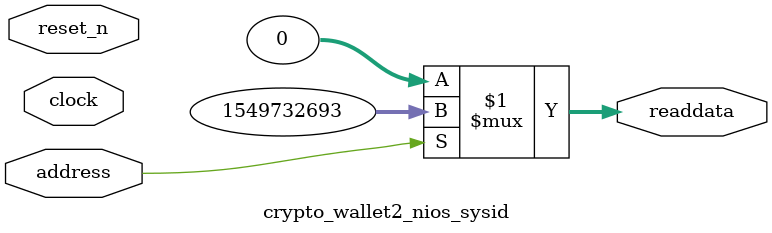
<source format=v>



// synthesis translate_off
`timescale 1ns / 1ps
// synthesis translate_on

// turn off superfluous verilog processor warnings 
// altera message_level Level1 
// altera message_off 10034 10035 10036 10037 10230 10240 10030 

module crypto_wallet2_nios_sysid (
               // inputs:
                address,
                clock,
                reset_n,

               // outputs:
                readdata
             )
;

  output  [ 31: 0] readdata;
  input            address;
  input            clock;
  input            reset_n;

  wire    [ 31: 0] readdata;
  //control_slave, which is an e_avalon_slave
  assign readdata = address ? 1549732693 : 0;

endmodule



</source>
